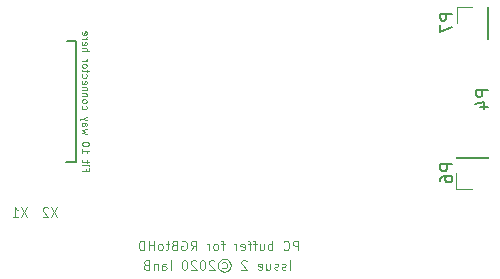
<source format=gbo>
G04 #@! TF.GenerationSoftware,KiCad,Pcbnew,(5.1.4)-1*
G04 #@! TF.CreationDate,2020-10-15T03:44:07+01:00*
G04 #@! TF.ProjectId,buffer,62756666-6572-42e6-9b69-6361645f7063,rev?*
G04 #@! TF.SameCoordinates,Original*
G04 #@! TF.FileFunction,Legend,Bot*
G04 #@! TF.FilePolarity,Positive*
%FSLAX46Y46*%
G04 Gerber Fmt 4.6, Leading zero omitted, Abs format (unit mm)*
G04 Created by KiCad (PCBNEW (5.1.4)-1) date 2020-10-15 03:44:07*
%MOMM*%
%LPD*%
G04 APERTURE LIST*
%ADD10C,0.120000*%
%ADD11C,0.100000*%
%ADD12C,0.150000*%
G04 APERTURE END LIST*
D10*
X40925219Y-48390864D02*
X40391885Y-49190864D01*
X40391885Y-48390864D02*
X40925219Y-49190864D01*
X40125219Y-48467055D02*
X40087123Y-48428960D01*
X40010933Y-48390864D01*
X39820457Y-48390864D01*
X39744266Y-48428960D01*
X39706171Y-48467055D01*
X39668076Y-48543245D01*
X39668076Y-48619436D01*
X39706171Y-48733721D01*
X40163314Y-49190864D01*
X39668076Y-49190864D01*
X38385219Y-48390864D02*
X37851885Y-49190864D01*
X37851885Y-48390864D02*
X38385219Y-49190864D01*
X37128076Y-49190864D02*
X37585219Y-49190864D01*
X37356647Y-49190864D02*
X37356647Y-48390864D01*
X37432838Y-48505150D01*
X37509028Y-48581340D01*
X37585219Y-48619436D01*
D11*
X43317657Y-45145245D02*
X43317657Y-45345245D01*
X43003371Y-45345245D02*
X43603371Y-45345245D01*
X43603371Y-45059531D01*
X43003371Y-44830960D02*
X43403371Y-44830960D01*
X43603371Y-44830960D02*
X43574800Y-44859531D01*
X43546228Y-44830960D01*
X43574800Y-44802388D01*
X43603371Y-44830960D01*
X43546228Y-44830960D01*
X43403371Y-44630960D02*
X43403371Y-44402388D01*
X43603371Y-44545245D02*
X43089085Y-44545245D01*
X43031942Y-44516674D01*
X43003371Y-44459531D01*
X43003371Y-44402388D01*
X43003371Y-43430960D02*
X43003371Y-43773817D01*
X43003371Y-43602388D02*
X43603371Y-43602388D01*
X43517657Y-43659531D01*
X43460514Y-43716674D01*
X43431942Y-43773817D01*
X43603371Y-43059531D02*
X43603371Y-43002388D01*
X43574800Y-42945245D01*
X43546228Y-42916674D01*
X43489085Y-42888102D01*
X43374800Y-42859531D01*
X43231942Y-42859531D01*
X43117657Y-42888102D01*
X43060514Y-42916674D01*
X43031942Y-42945245D01*
X43003371Y-43002388D01*
X43003371Y-43059531D01*
X43031942Y-43116674D01*
X43060514Y-43145245D01*
X43117657Y-43173817D01*
X43231942Y-43202388D01*
X43374800Y-43202388D01*
X43489085Y-43173817D01*
X43546228Y-43145245D01*
X43574800Y-43116674D01*
X43603371Y-43059531D01*
X43403371Y-42202388D02*
X43003371Y-42088102D01*
X43289085Y-41973817D01*
X43003371Y-41859531D01*
X43403371Y-41745245D01*
X43003371Y-41259531D02*
X43317657Y-41259531D01*
X43374800Y-41288102D01*
X43403371Y-41345245D01*
X43403371Y-41459531D01*
X43374800Y-41516674D01*
X43031942Y-41259531D02*
X43003371Y-41316674D01*
X43003371Y-41459531D01*
X43031942Y-41516674D01*
X43089085Y-41545245D01*
X43146228Y-41545245D01*
X43203371Y-41516674D01*
X43231942Y-41459531D01*
X43231942Y-41316674D01*
X43260514Y-41259531D01*
X43403371Y-41030960D02*
X43003371Y-40888102D01*
X43403371Y-40745245D02*
X43003371Y-40888102D01*
X42860514Y-40945245D01*
X42831942Y-40973817D01*
X42803371Y-41030960D01*
X43031942Y-39802388D02*
X43003371Y-39859531D01*
X43003371Y-39973817D01*
X43031942Y-40030960D01*
X43060514Y-40059531D01*
X43117657Y-40088102D01*
X43289085Y-40088102D01*
X43346228Y-40059531D01*
X43374800Y-40030960D01*
X43403371Y-39973817D01*
X43403371Y-39859531D01*
X43374800Y-39802388D01*
X43003371Y-39459531D02*
X43031942Y-39516674D01*
X43060514Y-39545245D01*
X43117657Y-39573817D01*
X43289085Y-39573817D01*
X43346228Y-39545245D01*
X43374800Y-39516674D01*
X43403371Y-39459531D01*
X43403371Y-39373817D01*
X43374800Y-39316674D01*
X43346228Y-39288102D01*
X43289085Y-39259531D01*
X43117657Y-39259531D01*
X43060514Y-39288102D01*
X43031942Y-39316674D01*
X43003371Y-39373817D01*
X43003371Y-39459531D01*
X43403371Y-39002388D02*
X43003371Y-39002388D01*
X43346228Y-39002388D02*
X43374800Y-38973817D01*
X43403371Y-38916674D01*
X43403371Y-38830960D01*
X43374800Y-38773817D01*
X43317657Y-38745245D01*
X43003371Y-38745245D01*
X43403371Y-38459531D02*
X43003371Y-38459531D01*
X43346228Y-38459531D02*
X43374800Y-38430960D01*
X43403371Y-38373817D01*
X43403371Y-38288102D01*
X43374800Y-38230960D01*
X43317657Y-38202388D01*
X43003371Y-38202388D01*
X43031942Y-37688102D02*
X43003371Y-37745245D01*
X43003371Y-37859531D01*
X43031942Y-37916674D01*
X43089085Y-37945245D01*
X43317657Y-37945245D01*
X43374800Y-37916674D01*
X43403371Y-37859531D01*
X43403371Y-37745245D01*
X43374800Y-37688102D01*
X43317657Y-37659531D01*
X43260514Y-37659531D01*
X43203371Y-37945245D01*
X43031942Y-37145245D02*
X43003371Y-37202388D01*
X43003371Y-37316674D01*
X43031942Y-37373817D01*
X43060514Y-37402388D01*
X43117657Y-37430960D01*
X43289085Y-37430960D01*
X43346228Y-37402388D01*
X43374800Y-37373817D01*
X43403371Y-37316674D01*
X43403371Y-37202388D01*
X43374800Y-37145245D01*
X43403371Y-36973817D02*
X43403371Y-36745245D01*
X43603371Y-36888102D02*
X43089085Y-36888102D01*
X43031942Y-36859531D01*
X43003371Y-36802388D01*
X43003371Y-36745245D01*
X43003371Y-36459531D02*
X43031942Y-36516674D01*
X43060514Y-36545245D01*
X43117657Y-36573817D01*
X43289085Y-36573817D01*
X43346228Y-36545245D01*
X43374800Y-36516674D01*
X43403371Y-36459531D01*
X43403371Y-36373817D01*
X43374800Y-36316674D01*
X43346228Y-36288102D01*
X43289085Y-36259531D01*
X43117657Y-36259531D01*
X43060514Y-36288102D01*
X43031942Y-36316674D01*
X43003371Y-36373817D01*
X43003371Y-36459531D01*
X43003371Y-36002388D02*
X43403371Y-36002388D01*
X43289085Y-36002388D02*
X43346228Y-35973817D01*
X43374800Y-35945245D01*
X43403371Y-35888102D01*
X43403371Y-35830960D01*
X43003371Y-35173817D02*
X43603371Y-35173817D01*
X43003371Y-34916674D02*
X43317657Y-34916674D01*
X43374800Y-34945245D01*
X43403371Y-35002388D01*
X43403371Y-35088102D01*
X43374800Y-35145245D01*
X43346228Y-35173817D01*
X43031942Y-34402388D02*
X43003371Y-34459531D01*
X43003371Y-34573817D01*
X43031942Y-34630960D01*
X43089085Y-34659531D01*
X43317657Y-34659531D01*
X43374800Y-34630960D01*
X43403371Y-34573817D01*
X43403371Y-34459531D01*
X43374800Y-34402388D01*
X43317657Y-34373817D01*
X43260514Y-34373817D01*
X43203371Y-34659531D01*
X43003371Y-34116674D02*
X43403371Y-34116674D01*
X43289085Y-34116674D02*
X43346228Y-34088102D01*
X43374800Y-34059531D01*
X43403371Y-34002388D01*
X43403371Y-33945245D01*
X43031942Y-33516674D02*
X43003371Y-33573817D01*
X43003371Y-33688102D01*
X43031942Y-33745245D01*
X43089085Y-33773817D01*
X43317657Y-33773817D01*
X43374800Y-33745245D01*
X43403371Y-33688102D01*
X43403371Y-33573817D01*
X43374800Y-33516674D01*
X43317657Y-33488102D01*
X43260514Y-33488102D01*
X43203371Y-33773817D01*
D12*
X42462000Y-34300160D02*
X41700000Y-34300160D01*
X42462000Y-44561760D02*
X42462000Y-34300160D01*
X41649200Y-44561760D02*
X42462000Y-44561760D01*
D10*
X61320657Y-52022964D02*
X61320657Y-51222964D01*
X61015895Y-51222964D01*
X60939704Y-51261060D01*
X60901609Y-51299155D01*
X60863514Y-51375345D01*
X60863514Y-51489631D01*
X60901609Y-51565821D01*
X60939704Y-51603917D01*
X61015895Y-51642012D01*
X61320657Y-51642012D01*
X60063514Y-51946774D02*
X60101609Y-51984869D01*
X60215895Y-52022964D01*
X60292085Y-52022964D01*
X60406371Y-51984869D01*
X60482561Y-51908679D01*
X60520657Y-51832488D01*
X60558752Y-51680107D01*
X60558752Y-51565821D01*
X60520657Y-51413440D01*
X60482561Y-51337250D01*
X60406371Y-51261060D01*
X60292085Y-51222964D01*
X60215895Y-51222964D01*
X60101609Y-51261060D01*
X60063514Y-51299155D01*
X59111133Y-52022964D02*
X59111133Y-51222964D01*
X59111133Y-51527726D02*
X59034942Y-51489631D01*
X58882561Y-51489631D01*
X58806371Y-51527726D01*
X58768276Y-51565821D01*
X58730180Y-51642012D01*
X58730180Y-51870583D01*
X58768276Y-51946774D01*
X58806371Y-51984869D01*
X58882561Y-52022964D01*
X59034942Y-52022964D01*
X59111133Y-51984869D01*
X58044466Y-51489631D02*
X58044466Y-52022964D01*
X58387323Y-51489631D02*
X58387323Y-51908679D01*
X58349228Y-51984869D01*
X58273038Y-52022964D01*
X58158752Y-52022964D01*
X58082561Y-51984869D01*
X58044466Y-51946774D01*
X57777800Y-51489631D02*
X57473038Y-51489631D01*
X57663514Y-52022964D02*
X57663514Y-51337250D01*
X57625419Y-51261060D01*
X57549228Y-51222964D01*
X57473038Y-51222964D01*
X57320657Y-51489631D02*
X57015895Y-51489631D01*
X57206371Y-52022964D02*
X57206371Y-51337250D01*
X57168276Y-51261060D01*
X57092085Y-51222964D01*
X57015895Y-51222964D01*
X56444466Y-51984869D02*
X56520657Y-52022964D01*
X56673038Y-52022964D01*
X56749228Y-51984869D01*
X56787323Y-51908679D01*
X56787323Y-51603917D01*
X56749228Y-51527726D01*
X56673038Y-51489631D01*
X56520657Y-51489631D01*
X56444466Y-51527726D01*
X56406371Y-51603917D01*
X56406371Y-51680107D01*
X56787323Y-51756298D01*
X56063514Y-52022964D02*
X56063514Y-51489631D01*
X56063514Y-51642012D02*
X56025419Y-51565821D01*
X55987323Y-51527726D01*
X55911133Y-51489631D01*
X55834942Y-51489631D01*
X55073038Y-51489631D02*
X54768276Y-51489631D01*
X54958752Y-52022964D02*
X54958752Y-51337250D01*
X54920657Y-51261060D01*
X54844466Y-51222964D01*
X54768276Y-51222964D01*
X54387323Y-52022964D02*
X54463514Y-51984869D01*
X54501609Y-51946774D01*
X54539704Y-51870583D01*
X54539704Y-51642012D01*
X54501609Y-51565821D01*
X54463514Y-51527726D01*
X54387323Y-51489631D01*
X54273038Y-51489631D01*
X54196847Y-51527726D01*
X54158752Y-51565821D01*
X54120657Y-51642012D01*
X54120657Y-51870583D01*
X54158752Y-51946774D01*
X54196847Y-51984869D01*
X54273038Y-52022964D01*
X54387323Y-52022964D01*
X53777800Y-52022964D02*
X53777800Y-51489631D01*
X53777800Y-51642012D02*
X53739704Y-51565821D01*
X53701609Y-51527726D01*
X53625419Y-51489631D01*
X53549228Y-51489631D01*
X52215895Y-52022964D02*
X52482561Y-51642012D01*
X52673038Y-52022964D02*
X52673038Y-51222964D01*
X52368276Y-51222964D01*
X52292085Y-51261060D01*
X52253990Y-51299155D01*
X52215895Y-51375345D01*
X52215895Y-51489631D01*
X52253990Y-51565821D01*
X52292085Y-51603917D01*
X52368276Y-51642012D01*
X52673038Y-51642012D01*
X51453990Y-51261060D02*
X51530180Y-51222964D01*
X51644466Y-51222964D01*
X51758752Y-51261060D01*
X51834942Y-51337250D01*
X51873038Y-51413440D01*
X51911133Y-51565821D01*
X51911133Y-51680107D01*
X51873038Y-51832488D01*
X51834942Y-51908679D01*
X51758752Y-51984869D01*
X51644466Y-52022964D01*
X51568276Y-52022964D01*
X51453990Y-51984869D01*
X51415895Y-51946774D01*
X51415895Y-51680107D01*
X51568276Y-51680107D01*
X50806371Y-51603917D02*
X50692085Y-51642012D01*
X50653990Y-51680107D01*
X50615895Y-51756298D01*
X50615895Y-51870583D01*
X50653990Y-51946774D01*
X50692085Y-51984869D01*
X50768276Y-52022964D01*
X51073038Y-52022964D01*
X51073038Y-51222964D01*
X50806371Y-51222964D01*
X50730180Y-51261060D01*
X50692085Y-51299155D01*
X50653990Y-51375345D01*
X50653990Y-51451536D01*
X50692085Y-51527726D01*
X50730180Y-51565821D01*
X50806371Y-51603917D01*
X51073038Y-51603917D01*
X50387323Y-51489631D02*
X50082561Y-51489631D01*
X50273038Y-51222964D02*
X50273038Y-51908679D01*
X50234942Y-51984869D01*
X50158752Y-52022964D01*
X50082561Y-52022964D01*
X49701609Y-52022964D02*
X49777800Y-51984869D01*
X49815895Y-51946774D01*
X49853990Y-51870583D01*
X49853990Y-51642012D01*
X49815895Y-51565821D01*
X49777800Y-51527726D01*
X49701609Y-51489631D01*
X49587323Y-51489631D01*
X49511133Y-51527726D01*
X49473038Y-51565821D01*
X49434942Y-51642012D01*
X49434942Y-51870583D01*
X49473038Y-51946774D01*
X49511133Y-51984869D01*
X49587323Y-52022964D01*
X49701609Y-52022964D01*
X49092085Y-52022964D02*
X49092085Y-51222964D01*
X49092085Y-51603917D02*
X48634942Y-51603917D01*
X48634942Y-52022964D02*
X48634942Y-51222964D01*
X48253990Y-52022964D02*
X48253990Y-51222964D01*
X48063514Y-51222964D01*
X47949228Y-51261060D01*
X47873038Y-51337250D01*
X47834942Y-51413440D01*
X47796847Y-51565821D01*
X47796847Y-51680107D01*
X47834942Y-51832488D01*
X47873038Y-51908679D01*
X47949228Y-51984869D01*
X48063514Y-52022964D01*
X48253990Y-52022964D01*
X60609528Y-53686664D02*
X60609528Y-52886664D01*
X60266671Y-53648569D02*
X60190480Y-53686664D01*
X60038100Y-53686664D01*
X59961909Y-53648569D01*
X59923814Y-53572379D01*
X59923814Y-53534283D01*
X59961909Y-53458093D01*
X60038100Y-53419998D01*
X60152385Y-53419998D01*
X60228576Y-53381902D01*
X60266671Y-53305712D01*
X60266671Y-53267617D01*
X60228576Y-53191426D01*
X60152385Y-53153331D01*
X60038100Y-53153331D01*
X59961909Y-53191426D01*
X59619052Y-53648569D02*
X59542861Y-53686664D01*
X59390480Y-53686664D01*
X59314290Y-53648569D01*
X59276195Y-53572379D01*
X59276195Y-53534283D01*
X59314290Y-53458093D01*
X59390480Y-53419998D01*
X59504766Y-53419998D01*
X59580957Y-53381902D01*
X59619052Y-53305712D01*
X59619052Y-53267617D01*
X59580957Y-53191426D01*
X59504766Y-53153331D01*
X59390480Y-53153331D01*
X59314290Y-53191426D01*
X58590480Y-53153331D02*
X58590480Y-53686664D01*
X58933338Y-53153331D02*
X58933338Y-53572379D01*
X58895242Y-53648569D01*
X58819052Y-53686664D01*
X58704766Y-53686664D01*
X58628576Y-53648569D01*
X58590480Y-53610474D01*
X57904766Y-53648569D02*
X57980957Y-53686664D01*
X58133338Y-53686664D01*
X58209528Y-53648569D01*
X58247623Y-53572379D01*
X58247623Y-53267617D01*
X58209528Y-53191426D01*
X58133338Y-53153331D01*
X57980957Y-53153331D01*
X57904766Y-53191426D01*
X57866671Y-53267617D01*
X57866671Y-53343807D01*
X58247623Y-53419998D01*
X56952385Y-52962855D02*
X56914290Y-52924760D01*
X56838100Y-52886664D01*
X56647623Y-52886664D01*
X56571433Y-52924760D01*
X56533338Y-52962855D01*
X56495242Y-53039045D01*
X56495242Y-53115236D01*
X56533338Y-53229521D01*
X56990480Y-53686664D01*
X56495242Y-53686664D01*
X54895242Y-53077140D02*
X54971433Y-53039045D01*
X55123814Y-53039045D01*
X55200004Y-53077140D01*
X55276195Y-53153331D01*
X55314290Y-53229521D01*
X55314290Y-53381902D01*
X55276195Y-53458093D01*
X55200004Y-53534283D01*
X55123814Y-53572379D01*
X54971433Y-53572379D01*
X54895242Y-53534283D01*
X55047623Y-52772379D02*
X55238100Y-52810474D01*
X55428576Y-52924760D01*
X55542861Y-53115236D01*
X55580957Y-53305712D01*
X55542861Y-53496188D01*
X55428576Y-53686664D01*
X55238100Y-53800950D01*
X55047623Y-53839045D01*
X54857147Y-53800950D01*
X54666671Y-53686664D01*
X54552385Y-53496188D01*
X54514290Y-53305712D01*
X54552385Y-53115236D01*
X54666671Y-52924760D01*
X54857147Y-52810474D01*
X55047623Y-52772379D01*
X54209528Y-52962855D02*
X54171433Y-52924760D01*
X54095242Y-52886664D01*
X53904766Y-52886664D01*
X53828576Y-52924760D01*
X53790480Y-52962855D01*
X53752385Y-53039045D01*
X53752385Y-53115236D01*
X53790480Y-53229521D01*
X54247623Y-53686664D01*
X53752385Y-53686664D01*
X53257147Y-52886664D02*
X53180957Y-52886664D01*
X53104766Y-52924760D01*
X53066671Y-52962855D01*
X53028576Y-53039045D01*
X52990480Y-53191426D01*
X52990480Y-53381902D01*
X53028576Y-53534283D01*
X53066671Y-53610474D01*
X53104766Y-53648569D01*
X53180957Y-53686664D01*
X53257147Y-53686664D01*
X53333338Y-53648569D01*
X53371433Y-53610474D01*
X53409528Y-53534283D01*
X53447623Y-53381902D01*
X53447623Y-53191426D01*
X53409528Y-53039045D01*
X53371433Y-52962855D01*
X53333338Y-52924760D01*
X53257147Y-52886664D01*
X52685719Y-52962855D02*
X52647623Y-52924760D01*
X52571433Y-52886664D01*
X52380957Y-52886664D01*
X52304766Y-52924760D01*
X52266671Y-52962855D01*
X52228576Y-53039045D01*
X52228576Y-53115236D01*
X52266671Y-53229521D01*
X52723814Y-53686664D01*
X52228576Y-53686664D01*
X51733338Y-52886664D02*
X51657147Y-52886664D01*
X51580957Y-52924760D01*
X51542861Y-52962855D01*
X51504766Y-53039045D01*
X51466671Y-53191426D01*
X51466671Y-53381902D01*
X51504766Y-53534283D01*
X51542861Y-53610474D01*
X51580957Y-53648569D01*
X51657147Y-53686664D01*
X51733338Y-53686664D01*
X51809528Y-53648569D01*
X51847623Y-53610474D01*
X51885719Y-53534283D01*
X51923814Y-53381902D01*
X51923814Y-53191426D01*
X51885719Y-53039045D01*
X51847623Y-52962855D01*
X51809528Y-52924760D01*
X51733338Y-52886664D01*
X50514290Y-53686664D02*
X50514290Y-52886664D01*
X49790480Y-53686664D02*
X49790480Y-53267617D01*
X49828576Y-53191426D01*
X49904766Y-53153331D01*
X50057147Y-53153331D01*
X50133338Y-53191426D01*
X49790480Y-53648569D02*
X49866671Y-53686664D01*
X50057147Y-53686664D01*
X50133338Y-53648569D01*
X50171433Y-53572379D01*
X50171433Y-53496188D01*
X50133338Y-53419998D01*
X50057147Y-53381902D01*
X49866671Y-53381902D01*
X49790480Y-53343807D01*
X49409528Y-53153331D02*
X49409528Y-53686664D01*
X49409528Y-53229521D02*
X49371433Y-53191426D01*
X49295242Y-53153331D01*
X49180957Y-53153331D01*
X49104766Y-53191426D01*
X49066671Y-53267617D01*
X49066671Y-53686664D01*
X48419052Y-53267617D02*
X48304766Y-53305712D01*
X48266671Y-53343807D01*
X48228576Y-53419998D01*
X48228576Y-53534283D01*
X48266671Y-53610474D01*
X48304766Y-53648569D01*
X48380957Y-53686664D01*
X48685719Y-53686664D01*
X48685719Y-52886664D01*
X48419052Y-52886664D01*
X48342861Y-52924760D01*
X48304766Y-52962855D01*
X48266671Y-53039045D01*
X48266671Y-53115236D01*
X48304766Y-53191426D01*
X48342861Y-53229521D01*
X48419052Y-53267617D01*
X48685719Y-53267617D01*
X74703180Y-44174100D02*
X77363180Y-44174100D01*
X74703180Y-44234100D02*
X74703180Y-44174100D01*
X77363180Y-44234100D02*
X77363180Y-44174100D01*
X74703180Y-44234100D02*
X77363180Y-44234100D01*
X74703180Y-45504100D02*
X74703180Y-46834100D01*
X74703180Y-46834100D02*
X76033180Y-46834100D01*
X77370800Y-31471560D02*
X77370800Y-34131560D01*
X77310800Y-31471560D02*
X77370800Y-31471560D01*
X77310800Y-34131560D02*
X77370800Y-34131560D01*
X77310800Y-31471560D02*
X77310800Y-34131560D01*
X76040800Y-31471560D02*
X74710800Y-31471560D01*
X74710800Y-31471560D02*
X74710800Y-32801560D01*
D12*
X77364380Y-38482864D02*
X76364380Y-38482864D01*
X76364380Y-38863817D01*
X76412000Y-38959055D01*
X76459619Y-39006674D01*
X76554857Y-39054293D01*
X76697714Y-39054293D01*
X76792952Y-39006674D01*
X76840571Y-38959055D01*
X76888190Y-38863817D01*
X76888190Y-38482864D01*
X76697714Y-39911436D02*
X77364380Y-39911436D01*
X76316761Y-39673340D02*
X77031047Y-39435245D01*
X77031047Y-40054293D01*
X74351960Y-44766004D02*
X73351960Y-44766004D01*
X73351960Y-45146957D01*
X73399580Y-45242195D01*
X73447199Y-45289814D01*
X73542437Y-45337433D01*
X73685294Y-45337433D01*
X73780532Y-45289814D01*
X73828151Y-45242195D01*
X73875770Y-45146957D01*
X73875770Y-44766004D01*
X73351960Y-46194576D02*
X73351960Y-46004100D01*
X73399580Y-45908861D01*
X73447199Y-45861242D01*
X73590056Y-45766004D01*
X73780532Y-45718385D01*
X74161484Y-45718385D01*
X74256722Y-45766004D01*
X74304341Y-45813623D01*
X74351960Y-45908861D01*
X74351960Y-46099338D01*
X74304341Y-46194576D01*
X74256722Y-46242195D01*
X74161484Y-46289814D01*
X73923389Y-46289814D01*
X73828151Y-46242195D01*
X73780532Y-46194576D01*
X73732913Y-46099338D01*
X73732913Y-45908861D01*
X73780532Y-45813623D01*
X73828151Y-45766004D01*
X73923389Y-45718385D01*
X74308780Y-32012664D02*
X73308780Y-32012664D01*
X73308780Y-32393617D01*
X73356400Y-32488855D01*
X73404019Y-32536474D01*
X73499257Y-32584093D01*
X73642114Y-32584093D01*
X73737352Y-32536474D01*
X73784971Y-32488855D01*
X73832590Y-32393617D01*
X73832590Y-32012664D01*
X73308780Y-32917426D02*
X73308780Y-33584093D01*
X74308780Y-33155521D01*
M02*

</source>
